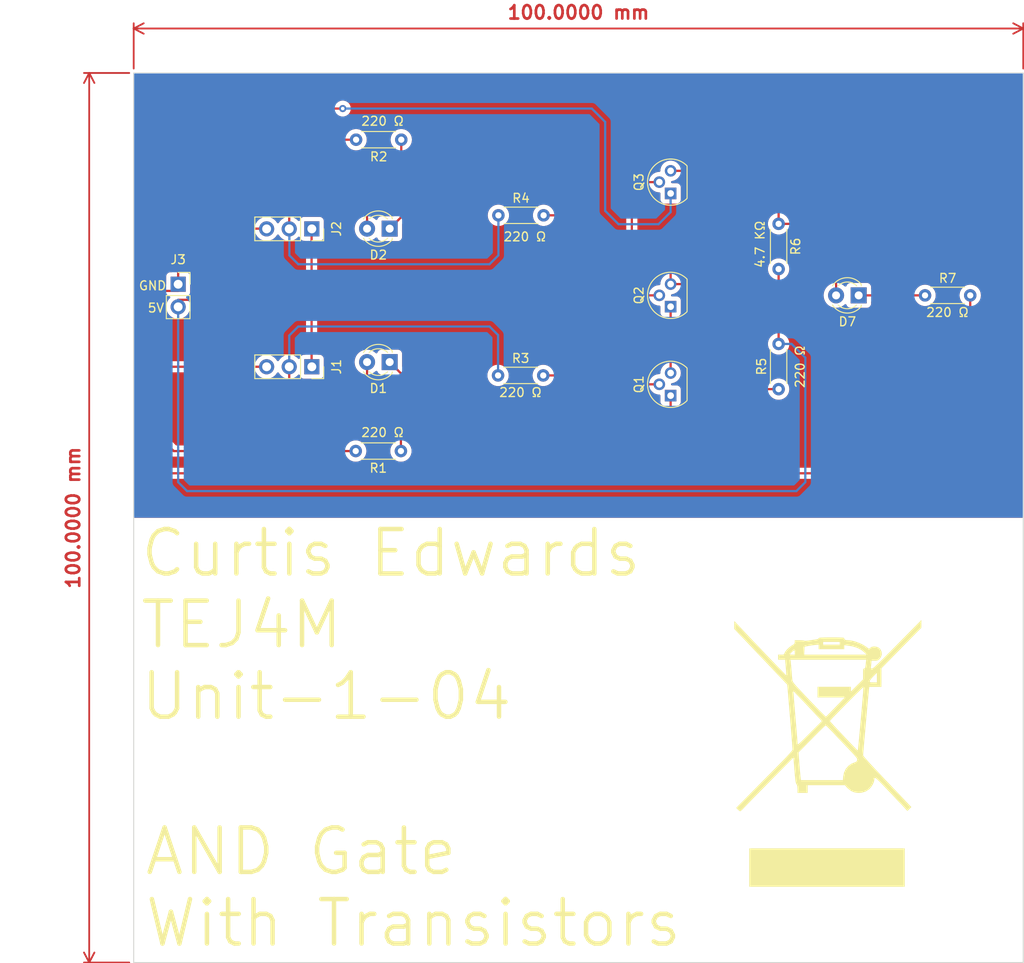
<source format=kicad_pcb>
(kicad_pcb (version 20221018) (generator pcbnew)
  (layers (0 "F.Cu" signal) (31 "B.Cu" signal) (34 "B.Paste" user) (35 "F.Paste" user) (36 "B.SilkS" user "B.Silkscreen") (37 "F.SilkS" user "F.Silkscreen") (38 "B.Mask" user) (39 "F.Mask" user) (44 "Edge.Cuts" user))
  (net 0 "")
  (net 1 "Net-(D1-K)")
  (net 2 "Net-(D1-A)")
  (net 3 "Net-(D2-K)")
  (net 4 "Net-(D2-A)")
  (net 5 "Net-(D7-K)")
  (net 6 "Net-(D7-A)")
  (net 7 "Net-(J3-Pin_2)")
  (net 8 "Net-(J3-Pin_1)")
  (net 9 "Net-(Q1-B)")
  (net 10 "Net-(Q1-E)")
  (net 11 "Net-(Q2-B)")
  (net 12 "Net-(Q2-E)")
  (footprint "Resistor_THT:R_Axial_DIN0204_L3.6mm_D1.6mm_P5.08mm_Horizontal" (layer "F.Cu") (at 188.96 75)
    (fp_text reference "R7" (at 2.54 -1.92) (layer "F.SilkS"))
    (fp_text value "R_US")
    (fp_line (start 0.62 -0.92) (end 4.46 -0.92) (stroke (width 0.12)) (layer "F.SilkS"))
    (fp_line (start 0.62 0.92) (end 4.46 0.92) (stroke (width 0.12)) (layer "F.SilkS"))
    (pad "1" thru_hole circle (at 0 0) (size 1.4 1.4) (drill 0.7) (layers "*.Cu" "*.Mask") (net 5 "Net-(D7-K)"))
    (pad "2" thru_hole oval (at 5.08 0) (size 1.4 1.4) (drill 0.7) (layers "*.Cu" "*.Mask") (net 8 "Net-(J3-Pin_1)"))
  )
  (footprint "Resistor_THT:R_Axial_DIN0204_L3.6mm_D1.6mm_P5.08mm_Horizontal" (layer "F.Cu") (at 130.04 92.5 180)
    (fp_text reference "R1" (at 2.54 -1.92) (layer "F.SilkS"))
    (fp_text value "R_US")
    (fp_line (start 0.62 -0.92) (end 4.46 -0.92) (stroke (width 0.12)) (layer "F.SilkS"))
    (fp_line (start 0.62 0.92) (end 4.46 0.92) (stroke (width 0.12)) (layer "F.SilkS"))
    (pad "1" thru_hole circle (at 0 0 180) (size 1.4 1.4) (drill 0.7) (layers "*.Cu" "*.Mask") (net 1 "Net-(D1-K)"))
    (pad "2" thru_hole oval (at 5.08 0 180) (size 1.4 1.4) (drill 0.7) (layers "*.Cu" "*.Mask") (net 8 "Net-(J3-Pin_1)"))
  )
  (footprint "Resistor_THT:R_Axial_DIN0204_L3.6mm_D1.6mm_P5.08mm_Horizontal" (layer "F.Cu") (at 172.5 85.54 90)
    (fp_text reference "R5" (at 2.54 -1.92 90) (layer "F.SilkS"))
    (fp_text value "R_US")
    (fp_line (start 0.62 -0.92) (end 4.46 -0.92) (stroke (width 0.12)) (layer "F.SilkS"))
    (fp_line (start 0.62 0.92) (end 4.46 0.92) (stroke (width 0.12)) (layer "F.SilkS"))
    (pad "1" thru_hole circle (at 0 0 90) (size 1.4 1.4) (drill 0.7) (layers "*.Cu" "*.Mask") (net 12 "Net-(Q2-E)"))
    (pad "2" thru_hole oval (at 5.08 0 90) (size 1.4 1.4) (drill 0.7) (layers "*.Cu" "*.Mask") (net 7 "Net-(J3-Pin_2)"))
  )
  (footprint "Package_TO_SOT_THT:TO-92" (layer "F.Cu") (at 160.36 76.27 90)
    (fp_text reference "Q2" (at 1.27 -3.56 90) (layer "F.SilkS"))
    (fp_text value "NPN")
    (fp_line (start -0.53 1.85) (end 3.07 1.85) (stroke (width 0.12)) (layer "F.SilkS"))
    (fp_arc (start -0.568478 1.838478) (mid -1.132087 -0.994977) (end 1.27 -2.6) (stroke (width 0.12)) (layer "F.SilkS"))
    (fp_arc (start 1.27 -2.6) (mid 3.672087 -0.994977) (end 3.108478 1.838478) (stroke (width 0.12)) (layer "F.SilkS"))
    (pad "1" thru_hole rect (at 0 0 90) (size 1.3 1.3) (drill 0.75) (layers "*.Cu" "*.Mask") (net 10 "Net-(Q1-E)"))
    (pad "2" thru_hole circle (at 1.27 -1.27 90) (size 1.3 1.3) (drill 0.75) (layers "*.Cu" "*.Mask") (net 11 "Net-(Q2-B)"))
    (pad "3" thru_hole circle (at 2.54 0 90) (size 1.3 1.3) (drill 0.75) (layers "*.Cu" "*.Mask") (net 12 "Net-(Q2-E)"))
  )
  (footprint "LED_THT:LED_D3.0mm" (layer "F.Cu") (at 128.775 82.5 180)
    (fp_text reference "D1" (at 1.27 -2.96) (layer "F.SilkS"))
    (fp_text value "LED")
    (fp_line (start -0.29 -1.236) (end -0.29 -1.08) (stroke (width 0.12)) (layer "F.SilkS"))
    (fp_line (start -0.29 1.08) (end -0.29 1.236) (stroke (width 0.12)) (layer "F.SilkS"))
    (fp_arc (start -0.29 -1.235516) (mid 1.366487 -1.987659) (end 2.942335 -1.078608) (stroke (width 0.12)) (layer "F.SilkS"))
    (fp_arc (start 0.229039 -1.08) (mid 1.270117 -1.5) (end 2.31113 -1.079837) (stroke (width 0.12)) (layer "F.SilkS"))
    (fp_arc (start 2.31113 1.079837) (mid 1.270117 1.5) (end 0.229039 1.08) (stroke (width 0.12)) (layer "F.SilkS"))
    (fp_arc (start 2.942335 1.078608) (mid 1.366487 1.987659) (end -0.29 1.235516) (stroke (width 0.12)) (layer "F.SilkS"))
    (pad "1" thru_hole rect (at 0 0 180) (size 1.8 1.8) (drill 0.9) (layers "*.Cu" "*.Mask") (net 1 "Net-(D1-K)"))
    (pad "2" thru_hole circle (at 2.54 0 180) (size 1.8 1.8) (drill 0.9) (layers "*.Cu" "*.Mask") (net 2 "Net-(D1-A)"))
  )
  (footprint "Package_TO_SOT_THT:TO-92" (layer "F.Cu") (at 160.36 63.54 90)
    (fp_text reference "Q3" (at 1.27 -3.56 90) (layer "F.SilkS"))
    (fp_text value "NPN")
    (fp_line (start -0.53 1.85) (end 3.07 1.85) (stroke (width 0.12)) (layer "F.SilkS"))
    (fp_arc (start -0.568478 1.838478) (mid -1.132087 -0.994977) (end 1.27 -2.6) (stroke (width 0.12)) (layer "F.SilkS"))
    (fp_arc (start 1.27 -2.6) (mid 3.672087 -0.994977) (end 3.108478 1.838478) (stroke (width 0.12)) (layer "F.SilkS"))
    (pad "1" thru_hole rect (at 0 0 90) (size 1.3 1.3) (drill 0.75) (layers "*.Cu" "*.Mask") (net 8 "Net-(J3-Pin_1)"))
    (pad "2" thru_hole circle (at 1.27 -1.27 90) (size 1.3 1.3) (drill 0.75) (layers "*.Cu" "*.Mask") (net 12 "Net-(Q2-E)"))
    (pad "3" thru_hole circle (at 2.54 0 90) (size 1.3 1.3) (drill 0.75) (layers "*.Cu" "*.Mask") (net 6 "Net-(D7-A)"))
  )
  (footprint "Connector_PinSocket_2.54mm:PinSocket_1x03_P2.54mm_Vertical" (layer "F.Cu") (at 120.025 67.525 -90)
    (fp_text reference "J2" (at 0 -2.77 -90) (layer "F.SilkS"))
    (fp_text value "XLR3_Switched")
    (fp_line (start -1.33 1.27) (end -1.33 6.41) (stroke (width 0.12)) (layer "F.SilkS"))
    (fp_line (start -1.33 1.27) (end 1.33 1.27) (stroke (width 0.12)) (layer "F.SilkS"))
    (fp_line (start -1.33 6.41) (end 1.33 6.41) (stroke (width 0.12)) (layer "F.SilkS"))
    (fp_line (start 0 -1.33) (end 1.33 -1.33) (stroke (width 0.12)) (layer "F.SilkS"))
    (fp_line (start 1.33 -1.33) (end 1.33 0) (stroke (width 0.12)) (layer "F.SilkS"))
    (fp_line (start 1.33 1.27) (end 1.33 6.41) (stroke (width 0.12)) (layer "F.SilkS"))
    (pad "1" thru_hole rect (at 0 0 270) (size 1.7 1.7) (drill 1) (layers "*.Cu" "*.Mask") (net 7 "Net-(J3-Pin_2)"))
    (pad "2" thru_hole oval (at 0 2.54 270) (size 1.7 1.7) (drill 1) (layers "*.Cu" "*.Mask") (net 4 "Net-(D2-A)"))
    (pad "3" thru_hole oval (at 0 5.08 270) (size 1.7 1.7) (drill 1) (layers "*.Cu" "*.Mask") (net 8 "Net-(J3-Pin_1)"))
  )
  (footprint "Connector_PinSocket_2.54mm:PinSocket_1x03_P2.54mm_Vertical" (layer "F.Cu") (at 120.025 83.025 -90)
    (fp_text reference "J1" (at 0 -2.77 -90) (layer "F.SilkS"))
    (fp_text value "XLR3_Switched")
    (fp_line (start -1.33 1.27) (end -1.33 6.41) (stroke (width 0.12)) (layer "F.SilkS"))
    (fp_line (start -1.33 1.27) (end 1.33 1.27) (stroke (width 0.12)) (layer "F.SilkS"))
    (fp_line (start -1.33 6.41) (end 1.33 6.41) (stroke (width 0.12)) (layer "F.SilkS"))
    (fp_line (start 0 -1.33) (end 1.33 -1.33) (stroke (width 0.12)) (layer "F.SilkS"))
    (fp_line (start 1.33 -1.33) (end 1.33 0) (stroke (width 0.12)) (layer "F.SilkS"))
    (fp_line (start 1.33 1.27) (end 1.33 6.41) (stroke (width 0.12)) (layer "F.SilkS"))
    (pad "1" thru_hole rect (at 0 0 270) (size 1.7 1.7) (drill 1) (layers "*.Cu" "*.Mask") (net 7 "Net-(J3-Pin_2)"))
    (pad "2" thru_hole oval (at 0 2.54 270) (size 1.7 1.7) (drill 1) (layers "*.Cu" "*.Mask") (net 2 "Net-(D1-A)"))
    (pad "3" thru_hole oval (at 0 5.08 270) (size 1.7 1.7) (drill 1) (layers "*.Cu" "*.Mask") (net 8 "Net-(J3-Pin_1)"))
  )
  (footprint "Resistor_THT:R_Axial_DIN0204_L3.6mm_D1.6mm_P5.08mm_Horizontal" (layer "F.Cu") (at 130.08 57.5 180)
    (fp_text reference "R2" (at 2.54 -1.92) (layer "F.SilkS"))
    (fp_text value "R_US")
    (fp_line (start 0.62 -0.92) (end 4.46 -0.92) (stroke (width 0.12)) (layer "F.SilkS"))
    (fp_line (start 0.62 0.92) (end 4.46 0.92) (stroke (width 0.12)) (layer "F.SilkS"))
    (pad "1" thru_hole circle (at 0 0 180) (size 1.4 1.4) (drill 0.7) (layers "*.Cu" "*.Mask") (net 3 "Net-(D2-K)"))
    (pad "2" thru_hole oval (at 5.08 0 180) (size 1.4 1.4) (drill 0.7) (layers "*.Cu" "*.Mask") (net 8 "Net-(J3-Pin_1)"))
  )
  (footprint "Resistor_THT:R_Axial_DIN0204_L3.6mm_D1.6mm_P5.08mm_Horizontal" (layer "F.Cu") (at 172.5 66.96 -90)
    (fp_text reference "R6" (at 2.54 -1.92 90) (layer "F.SilkS"))
    (fp_text value "R_US")
    (fp_line (start 0.62 -0.92) (end 4.46 -0.92) (stroke (width 0.12)) (layer "F.SilkS"))
    (fp_line (start 0.62 0.92) (end 4.46 0.92) (stroke (width 0.12)) (layer "F.SilkS"))
    (pad "1" thru_hole circle (at 0 0 270) (size 1.4 1.4) (drill 0.7) (layers "*.Cu" "*.Mask") (net 6 "Net-(D7-A)"))
    (pad "2" thru_hole oval (at 5.08 0 270) (size 1.4 1.4) (drill 0.7) (layers "*.Cu" "*.Mask") (net 7 "Net-(J3-Pin_2)"))
  )
  (footprint "LED_THT:LED_D3.0mm" (layer "F.Cu") (at 181.5 75 180)
    (fp_text reference "D7" (at 1.27 -2.96) (layer "F.SilkS"))
    (fp_text value "LED")
    (fp_line (start -0.29 -1.236) (end -0.29 -1.08) (stroke (width 0.12)) (layer "F.SilkS"))
    (fp_line (start -0.29 1.08) (end -0.29 1.236) (stroke (width 0.12)) (layer "F.SilkS"))
    (fp_arc (start -0.29 -1.235516) (mid 1.366487 -1.987659) (end 2.942335 -1.078608) (stroke (width 0.12)) (layer "F.SilkS"))
    (fp_arc (start 0.229039 -1.08) (mid 1.270117 -1.5) (end 2.31113 -1.079837) (stroke (width 0.12)) (layer "F.SilkS"))
    (fp_arc (start 2.31113 1.079837) (mid 1.270117 1.5) (end 0.229039 1.08) (stroke (width 0.12)) (layer "F.SilkS"))
    (fp_arc (start 2.942335 1.078608) (mid 1.366487 1.987659) (end -0.29 1.235516) (stroke (width 0.12)) (layer "F.SilkS"))
    (pad "1" thru_hole rect (at 0 0 180) (size 1.8 1.8) (drill 0.9) (layers "*.Cu" "*.Mask") (net 5 "Net-(D7-K)"))
    (pad "2" thru_hole circle (at 2.54 0 180) (size 1.8 1.8) (drill 0.9) (layers "*.Cu" "*.Mask") (net 6 "Net-(D7-A)"))
  )
  (footprint "Resistor_THT:R_Axial_DIN0204_L3.6mm_D1.6mm_P5.08mm_Horizontal" (layer "F.Cu") (at 141 66)
    (fp_text reference "R4" (at 2.54 -1.92) (layer "F.SilkS"))
    (fp_text value "R_US")
    (fp_line (start 0.62 -0.92) (end 4.46 -0.92) (stroke (width 0.12)) (layer "F.SilkS"))
    (fp_line (start 0.62 0.92) (end 4.46 0.92) (stroke (width 0.12)) (layer "F.SilkS"))
    (pad "1" thru_hole circle (at 0 0) (size 1.4 1.4) (drill 0.7) (layers "*.Cu" "*.Mask") (net 4 "Net-(D2-A)"))
    (pad "2" thru_hole oval (at 5.08 0) (size 1.4 1.4) (drill 0.7) (layers "*.Cu" "*.Mask") (net 11 "Net-(Q2-B)"))
  )
  (footprint "Connector_PinSocket_2.54mm:PinSocket_1x02_P2.54mm_Vertical" (layer "F.Cu") (at 105 73.75)
    (fp_text reference "J3" (at 0 -2.77) (layer "F.SilkS"))
    (fp_text value "Conn_01x02_Socket")
    (fp_line (start -1.33 1.27) (end -1.33 3.87) (stroke (width 0.12)) (layer "F.SilkS"))
    (fp_line (start -1.33 1.27) (end 1.33 1.27) (stroke (width 0.12)) (layer "F.SilkS"))
    (fp_line (start -1.33 3.87) (end 1.33 3.87) (stroke (width 0.12)) (layer "F.SilkS"))
    (fp_line (start 0 -1.33) (end 1.33 -1.33) (stroke (width 0.12)) (layer "F.SilkS"))
    (fp_line (start 1.33 -1.33) (end 1.33 0) (stroke (width 0.12)) (layer "F.SilkS"))
    (fp_line (start 1.33 1.27) (end 1.33 3.87) (stroke (width 0.12)) (layer "F.SilkS"))
    (pad "1" thru_hole rect (at 0 0) (size 1.7 1.7) (drill 1) (layers "*.Cu" "*.Mask") (net 8 "Net-(J3-Pin_1)"))
    (pad "2" thru_hole oval (at 0 2.54) (size 1.7 1.7) (drill 1) (layers "*.Cu" "*.Mask") (net 7 "Net-(J3-Pin_2)"))
  )
  (footprint "Package_TO_SOT_THT:TO-92" (layer "F.Cu") (at 160.36 86.27 90)
    (fp_text reference "Q1" (at 1.27 -3.56 90) (layer "F.SilkS"))
    (fp_text value "NPN")
    (fp_line (start -0.53 1.85) (end 3.07 1.85) (stroke (width 0.12)) (layer "F.SilkS"))
    (fp_arc (start -0.568478 1.838478) (mid -1.132087 -0.994977) (end 1.27 -2.6) (stroke (width 0.12)) (layer "F.SilkS"))
    (fp_arc (start 1.27 -2.6) (mid 3.672087 -0.994977) (end 3.108478 1.838478) (stroke (width 0.12)) (layer "F.SilkS"))
    (pad "1" thru_hole rect (at 0 0 90) (size 1.3 1.3) (drill 0.75) (layers "*.Cu" "*.Mask") (net 8 "Net-(J3-Pin_1)"))
    (pad "2" thru_hole circle (at 1.27 -1.27 90) (size 1.3 1.3) (drill 0.75) (layers "*.Cu" "*.Mask") (net 9 "Net-(Q1-B)"))
    (pad "3" thru_hole circle (at 2.54 0 90) (size 1.3 1.3) (drill 0.75) (layers "*.Cu" "*.Mask") (net 10 "Net-(Q1-E)"))
  )
  (footprint "Resistor_THT:R_Axial_DIN0204_L3.6mm_D1.6mm_P5.08mm_Horizontal" (layer "F.Cu") (at 140.96 84)
    (fp_text reference "R3" (at 2.54 -1.92) (layer "F.SilkS"))
    (fp_text value "R_US")
    (fp_line (start 0.62 -0.92) (end 4.46 -0.92) (stroke (width 0.12)) (layer "F.SilkS"))
    (fp_line (start 0.62 0.92) (end 4.46 0.92) (stroke (width 0.12)) (layer "F.SilkS"))
    (pad "1" thru_hole circle (at 0 0) (size 1.4 1.4) (drill 0.7) (layers "*.Cu" "*.Mask") (net 2 "Net-(D1-A)"))
    (pad "2" thru_hole oval (at 5.08 0) (size 1.4 1.4) (drill 0.7) (layers "*.Cu" "*.Mask") (net 9 "Net-(Q1-B)"))
  )
  (footprint "Symbol:WEEE-Logo_21x30mm_SilkScreen" (layer "F.Cu") (at 178 126.5)
    (fp_text reference "REF**" hide)
    (fp_text value "WEEE-Logo_21x30mm_SilkScreen" hide)
    (fp_poly (pts (xy 8.674693 14.977887) (xy -8.799508 14.977887) (xy -8.799508 10.671745) (xy 8.674693 10.671745) (xy 8.674693 14.977887)) (stroke (width 0.01)) (fill solid) (layer "F.SilkS"))
    (fp_poly (pts (xy 10.543856 -14.567585) (xy 10.540782 -14.13538) (xy 6.056832 -9.579606) (xy 6.055197 -8.534275) (xy 6.053563 -7.488943) (xy 4.688238 -7.488943) (xy 4.653057 -7.22371) (xy 4.639736 -7.102816) (xy 4.617281 -6.875154) (xy 4.586894 -6.554304) (xy 4.549776 -6.153848) (xy 4.507128 -5.687364) (xy 4.46015 -5.168434) (xy 4.410044 -4.610638) (xy 4.358011 -4.027557) (xy 4.305252 -3.432771) (xy 4.252967 -2.83986) (xy 4.202359 -2.262405) (xy 4.154628 -1.713986) (xy 4.110975 -1.208184) (xy 4.0726 -0.758579) (xy 4.040706 -0.378752) (xy 4.016494 -0.082283) (xy 4.001163 0.117248) (xy 3.995916 0.20626) (xy 3.99592 0.206684) (xy 4.034179 0.278107) (xy 4.149095 0.425581) (xy 4.342231 0.650823) (xy 4.61515 0.95555) (xy 4.969418 1.341478) (xy 5.406596 1.810324) (xy 5.92825 2.363805) (xy 6.535941 3.003636) (xy 6.706751 3.182801) (xy 9.415765 6.022359) (xy 9.196753 6.240787) (xy 8.97774 6.459214) (xy 8.623391 6.073688) (xy 8.493758 5.93436) (xy 8.291262 5.718901) (xy 8.029263 5.441425) (xy 7.721121 5.116047) (xy 7.380198 4.756883) (xy 7.019853 4.378048) (xy 6.804277 4.151787) (xy 6.399559 3.727911) (xy 6.072428 3.388388) (xy 5.814542 3.127045) (xy 5.617562 2.937708) (xy 5.473144 2.814203) (xy 5.372948 2.750356) (xy 5.308632 2.739994) (xy 5.271855 2.776942) (xy 5.254275 2.855028) (xy 5.247551 2.968076) (xy 5.246647 2.998926) (xy 5.199903 3.211455) (xy 5.084729 3.468337) (xy 4.924117 3.728949) (xy 4.741056 3.952665) (xy 4.667805 4.021772) (xy 4.291965 4.263575) (xy 3.852931 4.398866) (xy 3.464773 4.430959) (xy 3.02488 4.370427) (xy 2.618615 4.19293) (xy 2.259049 3.904614) (xy 2.192705 3.832848) (xy 1.950112 3.557249) (xy -2.246683 3.557249) (xy -2.246683 4.430959) (xy -3.370024 4.430959) (xy -3.370024 4.022781) (xy -3.38412 3.744128) (xy -3.431482 3.550714) (xy -3.489043 3.445508) (xy -3.53017 3.370233) (xy -3.565386 3.261091) (xy -3.597026 3.101902) (xy -3.627422 2.876486) (xy -3.658908 2.568664) (xy -3.693817 2.162255) (xy -3.71772 1.859918) (xy -3.82738 0.443422) (xy -6.519413 3.170483) (xy -7.006159 3.663933) (xy -7.473424 4.138345) (xy -7.912668 4.585003) (xy -8.315353 4.995193) (xy -8.672943 5.360198) (xy -8.976898 5.671305) (xy -9.21868 5.919798) (xy -9.389753 6.096962) (xy -9.481484 6.193981) (xy -9.632189 6.347584) (xy -9.757895 6.454718) (xy -9.82551 6.490418) (xy -9.911873 6.4486) (xy -10.037761 6.344113) (xy -10.080434 6.301562) (xy -10.261369 6.112706) (xy -9.265205 5.100412) (xy -9.011065 4.842534) (xy -8.683365 4.510607) (xy -8.29648 4.119159) (xy -7.864786 3.682721) (xy -7.402659 3.215823) (xy -6.924473 2.732994) (xy -6.444604 2.248765) (xy -6.100368 1.901603) (xy -5.577099 1.372559) (xy -5.137496 0.924666) (xy -4.775936 0.551863) (xy -4.486797 0.248087) (xy -4.264454 0.007275) (xy -4.154256 -0.118474) (xy -3.26934 -0.118474) (xy -3.158548 1.298134) (xy -3.125136 1.71337) (xy -3.092816 2.093092) (xy -3.063418 2.417452) (xy -3.038774 2.666604) (xy -3.020713 2.8207) (xy -3.014901 2.85516) (xy -2.982046 2.995578) (xy 1.730332 2.995578) (xy 1.761789 2.603693) (xy 1.856762 2.140678) (xy 2.055508 1.731099) (xy 2.345497 1.38987) (xy 2.714201 1.131909) (xy 3.128033 0.97706) (xy 3.262287 0.904425) (xy 3.3295 0.748536) (xy 3.330907 0.741659) (xy 3.338971 0.675848) (xy 3.329002 0.608458) (xy 3.291269 0.52699) (xy 3.216042 0.418943) (xy 3.09359 0.271818) (xy 2.914182 0.073114) (xy 2.668089 -0.189668) (xy 2.34558 -0.529028) (xy 2.324742 -0.550886) (xy 1.977848 -0.915151) (xy 1.609052 -1.303141) (xy 1.243695 -1.688144) (xy 0.907119 -2.043452) (xy 0.624665 -2.342354) (xy 0.561671 -2.409176) (xy 0.320191 -2.66114) (xy 0.105674 -2.876763) (xy -0.066481 -3.041213) (xy -0.180873 -3.13966) (xy -0.219281 -3.161297) (xy -0.276556 -3.116013) (xy -0.410502 -2.991785) (xy -0.61057 -2.798956) (xy -0.866211 -2.547868) (xy -1.166879 -2.248862) (xy -1.502023 -1.912282) (xy -1.775941 -1.635035) (xy -3.26934 -0.118474) (xy -4.154256 -0.118474) (xy -4.103286 -0.176636) (xy -3.997669 -0.309708) (xy -3.941979 -0.398004) (xy -3.929588 -0.438893) (xy -3.934282 -0.52813) (xy -3.948542 -0.730118) (xy -3.971445 -1.033232) (xy -4.002069 -1.42585) (xy -4.039491 -1.896347) (xy -4.082788 -2.433099) (xy -4.131037 -3.024484) (xy -4.183316 -3.658877) (xy -4.225448 -4.165889) (xy -4.463835 -7.024469) (xy -3.850432 -7.024469) (xy -3.84779 -6.962779) (xy -3.835364 -6.789038) (xy -3.814154 -6.515541) (xy -3.785156 -6.154585) (xy -3.74937 -5.718468) (xy -3.707794 -5.219486) (xy -3.661425 -4.669937) (xy -3.616928 -4.148175) (xy -3.566523 -3.556177) (xy -3.519574 -2.997346) (xy -3.477156 -2.485021) (xy -3.440345 -2.032544) (xy -3.410216 -1.653252) (xy -3.387845 -1.360486) (xy -3.374307 -1.167585) (xy -3.370549 -1.092669) (xy -3.364689 -1.046043) (xy -3.341467 -1.027541) (xy -3.291933 -1.044885) (xy -3.207135 -1.105793) (xy -3.078121 -1.217987) (xy -2.895942 -1.389185) (xy -2.651644 -1.627109) (xy -2.336278 -1.939479) (xy -2.001662 -2.273279) (xy -0.6333 -3.640581) (xy -0.64289 -3.650859) (xy 0.26161 -3.650859) (xy 0.302832 -3.594407) (xy 0.418233 -3.461482) (xy 0.596247 -3.264299) (xy 0.825309 -3.015076) (xy 1.093851 -2.726029) (xy 1.390309 -2.409375) (xy 1.703115 -2.077331) (xy 2.020704 -1.742113) (xy 2.33151 -1.415938) (xy 2.623966 -1.111022) (xy 2.886506 -0.839582) (xy 3.107565 -0.613835) (xy 3.275576 -0.445997) (xy 3.378973 -0.348286) (xy 3.407169 -0.32838) (xy 3.416464 -0.392632) (xy 3.43576 -0.5701) (xy 3.463995 -0.849673) (xy 3.500107 -1.220241) (xy 3.543037 -1.670697) (xy 3.591722 -2.189929) (xy 3.645103 -2.766828) (xy 3.702116 -3.390284) (xy 3.747638 -3.893004) (xy 3.805868 -4.544858) (xy 3.859668 -5.158933) (xy 3.908131 -5.72409) (xy 3.950354 -6.229188) (xy 3.985432 -6.663087) (xy 4.012459 -7.014649) (xy 4.030532 -7.272732) (xy 4.038746 -7.426198) (xy 4.037806 -7.466043) (xy 3.988713 -7.430551) (xy 3.863692 -7.316465) (xy 3.673674 -7.134826) (xy 3.429587 -6.896678) (xy 3.142362 -6.613063) (xy 2.822928 -6.295023) (xy 2.482215 -5.953601) (xy 2.131152 -5.599839) (xy 1.78067 -5.244781) (xy 1.441697 -4.899467) (xy 1.125164 -4.574942) (xy 0.842 -4.282246) (xy 0.603135 -4.032424) (xy 0.419498 -3.836517) (xy 0.302019 -3.705568) (xy 0.26161 -3.650859) (xy -0.64289 -3.650859) (xy -1.143554 -4.187432) (xy -1.403419 -4.464961) (xy -1.695084 -4.774805) (xy -2.007019 -5.104876) (xy -2.327689 -5.44309) (xy -2.645565 -5.77736) (xy -2.949114 -6.095598) (xy -3.226804 -6.38572) (xy -3.467103 -6.635638) (xy -3.65848 -6.833267) (xy -3.789403 -6.966519) (xy -3.848339 -7.023309) (xy -3.850432 -7.024469) (xy -4.463835 -7.024469) (xy -4.523415 -7.738903) (xy -7.503968 -10.873469) (xy -10.48452 -14.008034) (xy -10.482327 -14.446154) (xy -10.480133 -14.884275) (xy -9.998666 -14.369962) (xy -9.729209 -14.083106) (xy -9.411076 -13.746088) (xy -9.052853 -13.367875) (xy -8.663126 -12.957436) (xy -8.250478 -12.523739) (xy -7.823497 -12.075754) (xy -7.390766 -11.622448) (xy -6.960872 -11.172789) (xy -6.542399 -10.735747) (xy -6.143933 -10.32029) (xy -5.774059 -9.935386) (xy -5.441363 -9.590004) (xy -5.154429 -9.293113) (xy -4.921843 -9.053679) (xy -4.75219 -8.880673) (xy -4.654056 -8.783063) (xy -4.632548 -8.764339) (xy -4.63107 -8.829477) (xy -4.639205 -8.996251) (xy -4.655542 -9.241971) (xy -4.678667 -9.543944) (xy -4.688592 -9.664575) (xy -4.76252 -10.546928) (xy -4.183704 -10.546928) (xy -4.153821 -10.406511) (xy -4.13858 -10.29546) (xy -4.117165 -10.086514) (xy -4.09205 -9.806293) (xy -4.065713 -9.481418) (xy -4.056597 -9.361179) (xy -4.02971 -9.015947) (xy -4.002573 -8.695344) (xy -3.977901 -8.429663) (xy -3.958408 -8.249195) (xy -3.954011 -8.216445) (xy -3.937428 -8.149207) (xy -3.901532 -8.070501) (xy -3.838691 -7.971504) (xy -3.741272 -7.843393) (xy -3.601643 -7.677345) (xy -3.412171 -7.464539) (xy -3.165224 -7.19615) (xy -2.853169 -6.863356) (xy -2.468374 -6.457334) (xy -2.075837 -6.045358) (xy -1.685304 -5.637665) (xy -1.320752 -5.260096) (xy -0.991257 -4.92183) (xy -0.705893 -4.632047) (xy -0.473736 -4.399925) (xy -0.30386 -4.234645) (xy -0.20534 -4.145386) (xy -0.18433 -4.132107) (xy -0.129056 -4.180255) (xy 0.000145 -4.30582) (xy 0.190734 -4.496204) (xy 0.430168 -4.738812) (xy 0.70591 -5.021047) (xy 0.90532 -5.226658) (xy 1.946395 -6.303194) (xy -1.123341 -6.303194) (xy -1.123341 -7.488943) (xy 2.621131 -7.488943) (xy 2.621131 -6.960605) (xy 3.307617 -7.644963) (xy 3.79459 -8.130426) (xy 4.742998 -8.130426) (xy 4.75207 -8.053846) (xy 4.797987 -8.011177) (xy 4.908801 -7.992586) (xy 5.112561 -7.988238) (xy 5.148649 -7.988206) (xy 5.5543 -7.988206) (xy 5.5543 -9.076738) (xy 5.148649 -8.674692) (xy 4.91982 -8.430259) (xy 4.782957 -8.242996) (xy 4.742998 -8.130426) (xy 3.79459 -8.130426) (xy 3.994104 -8.329321) (xy 3.994104 -8.938861) (xy 3.996015 -9.219289) (xy 4.004763 -9.39769) (xy 4.024866 -9.49683) (xy 4.060843 -9.539477) (xy 4.115095 -9.548402) (xy 4.175434 -9.561508) (xy 4.220031 -9.614051) (xy 4.25428 -9.725872) (xy 4.283571 -9.916814) (xy 4.313296 -10.206717) (xy 4.322835 -10.312899) (xy 4.343488 -10.546928) (xy -4.183704 -10.546928) (xy -4.76252 -10.546928) (xy -5.554299 -10.546928) (xy -5.554299 -11.108599) (xy -5.217822 -11.108599) (xy -5.021022 -11.11399) (xy -4.914087 -11.140007) (xy -4.901004 -11.155493) (xy -4.211805 -11.155493) (xy -4.175532 -11.120117) (xy -4.049891 -11.109198) (xy -3.965095 -11.108599) (xy -3.682063 -11.108599) (xy -2.626598 -11.108599) (xy 4.393882 -11.108599) (xy 4.156428 -11.351774) (xy 3.787623 -11.651856) (xy 3.331183 -11.883301) (xy 2.779371 -12.049282) (xy 2.231081 -12.141082) (xy 1.872236 -12.183914) (xy 1.872236 -11.732678) (xy -0.998525 -11.732678) (xy -0.998525 -12.244608) (xy -1.419778 -12.201915) (xy -1.714109 -12.165882) (xy -2.027697 -12.118118) (xy -2.215479 -12.084006) (xy -2.589926 -12.00879) (xy -2.608262 -11.558695) (xy -2.626598 -11.108599) (xy -3.682063 -11.108599) (xy -3.682063 -11.35823) (xy -3.690315 -11.514614) (xy -3.710928 -11.601535) (xy -3.719235 -11.607862) (xy -3.811627 -11.567833) (xy -3.946608 -11.470722) (xy -4.081927 -11.350991) (xy -4.175328 -11.243104) (xy -4.183649 -11.229075) (xy -4.211805 -11.155493) (xy -4.901004 -11.155493) (xy -4.862204 -11.201415) (xy -4.84126 -11.268307) (xy -4.755776 -11.441904) (xy -4.591594 -11.650592) (xy -4.376961 -11.865112) (xy -4.140125 -12.056203) (xy -3.984558 -12.155732) (xy -3.807343 -12.264672) (xy -3.716498 -12.356191) (xy -3.684579 -12.464104) (xy -3.682127 -12.528378) (xy -3.682123 -12.54398) (xy -0.499263 -12.54398) (xy -0.499263 -12.231941) (xy 1.372973 -12.231941) (xy 1.372973 -12.54398) (xy -0.499263 -12.54398) (xy -3.682123 -12.54398) (xy -3.682063 -12.731203) (xy -3.156797 -12.731203) (xy -2.915127 -12.725362) (xy -2.726774 -12.709794) (xy -2.622069 -12.687433) (xy -2.610729 -12.678379) (xy -2.544311 -12.664481) (xy -2.382673 -12.670174) (xy -2.153585 -12.693774) (xy -1.997051 -12.715566) (xy -1.713218 -12.758372) (xy -1.453636 -12.797017) (xy -1.258563 -12.825528) (xy -1.201351 -12.833626) (xy -1.051873 -12.879919) (xy -0.998525 -12.952459) (xy -0.982306 -12.982002) (xy -0.924285 -13.004541) (xy -0.810421 -13.020962) (xy -0.626672 -13.032153) (xy -0.358995 -13.039004) (xy 0.006652 -13.042402) (xy 0.436855 -13.043243) (xy 0.895994 -13.042766) (xy 1.245282 -13.040514) (xy 1.499686 -13.035256) (xy 1.67417 -13.025759) (xy 1.783699 -13.010792) (xy 1.843238 -12.989123) (xy 1.867752 -12.959522) (xy 1.872236 -12.925104) (xy 1.91042 -12.815859) (xy 2.035493 -12.753692) (xy 2.263238 -12.731519) (xy 2.304213 -12.731203) (xy 2.689893 -12.691417) (xy 3.127941 -12.581891) (xy 3.578852 -12.417374) (xy 4.003123 -12.212616) (xy 4.361248 -11.982366) (xy 4.407632 -11.945884) (xy 4.558815 -11.827187) (xy 4.648344 -11.779647) (xy 4.710867 -11.795016) (xy 4.775045 -11.858425) (xy 4.964599 -11.982632) (xy 5.211295 -12.030313) (xy 5.476953 -12.005516) (xy 5.723393 -11.91229) (xy 5.912433 -11.754683) (xy 5.926123 -11.736364) (xy 6.067573 -11.442159) (xy 6.093891 -11.137624) (xy 6.007978 -10.847318) (xy 5.812737 -10.5958) (xy 5.788864 -10.575031) (xy 5.650245 -10.476372) (xy 5.509599 -10.432924) (xy 5.311873 -10.429787) (xy 5.262478 -10.432571) (xy 5.06902 -10.439669) (xy 4.969369 -10.423404) (xy 4.933295 -10.374325) (xy 4.929594 -10.328501) (xy 4.922032 -10.195569) (xy 4.903268 -9.995651) (xy 4.889782 -9.876044) (xy 4.870222 -9.686068) (xy 4.878358 -9.588816) (xy 4.925529 -9.55327) (xy 5.009557 -9.548402) (xy 5.059391 -9.564475) (xy 5.139783 -9.616493) (xy 5.25669 -9.710158) (xy 5.41607 -9.851171) (xy 5.62388 -10.045233) (xy 5.886078 -10.298046) (xy 6.208621 -10.61531) (xy 6.597466 -11.002727) (xy 7.058572 -11.465997) (xy 7.597895 -12.010822) (xy 7.857807 -12.274096) (xy 10.546929 -14.999788) (xy 10.543856 -14.567585)) (stroke (width 0.01)) (fill solid) (layer "F.SilkS"))
  )
  (footprint "LED_THT:LED_D3.0mm" (layer "F.Cu") (at 128.775 67.5 180)
    (fp_text reference "D2" (at 1.27 -2.96) (layer "F.SilkS"))
    (fp_text value "LED")
    (fp_line (start -0.29 -1.236) (end -0.29 -1.08) (stroke (width 0.12)) (layer "F.SilkS"))
    (fp_line (start -0.29 1.08) (end -0.29 1.236) (stroke (width 0.12)) (layer "F.SilkS"))
    (fp_arc (start -0.29 -1.235516) (mid 1.366487 -1.987659) (end 2.942335 -1.078608) (stroke (width 0.12)) (layer "F.SilkS"))
    (fp_arc (start 0.229039 -1.08) (mid 1.270117 -1.5) (end 2.31113 -1.079837) (stroke (width 0.12)) (layer "F.SilkS"))
    (fp_arc (start 2.31113 1.079837) (mid 1.270117 1.5) (end 0.229039 1.08) (stroke (width 0.12)) (layer "F.SilkS"))
    (fp_arc (start 2.942335 1.078608) (mid 1.366487 1.987659) (end -0.29 1.235516) (stroke (width 0.12)) (layer "F.SilkS"))
    (pad "1" thru_hole rect (at 0 0 180) (size 1.8 1.8) (drill 0.9) (layers "*.Cu" "*.Mask") (net 3 "Net-(D2-K)"))
    (pad "2" thru_hole circle (at 2.54 0 180) (size 1.8 1.8) (drill 0.9) (layers "*.Cu" "*.Mask") (net 4 "Net-(D2-A)"))
  )
  (gr_rect (start 100 50) (end 200 150) (stroke (width 0.1)) (fill none) (layer "Edge.Cuts"))
  (gr_text "GND" (at 100.5 74.5) (layer "F.SilkS") (effects (font (size 1 1)) (justify left bottom)))
  (gr_text "220 Ω" (at 125.5 56) (layer "F.SilkS") (effects (font (size 1 1)) (justify left bottom)))
  (gr_text "AND Gate\nWith Transistors" (at 101 148.5) (layer "F.SilkS") (effects (font (size 5 5) (thickness 0.5)) (justify left bottom)))
  (gr_text "5V" (at 101.5 77) (layer "F.SilkS") (effects (font (size 1 1)) (justify left bottom)))
  (gr_text "220 Ω" (at 141.5 69) (layer "F.SilkS") (effects (font (size 1 1)) (justify left bottom)))
  (gr_text "220 Ω" (at 141 86.5) (layer "F.SilkS") (effects (font (size 1 1)) (justify left bottom)))
  (gr_text "220 Ω" (at 189 77.5) (layer "F.SilkS") (effects (font (size 1 1)) (justify left bottom)))
  (gr_text "4.7 KΩ" (at 171 72 90) (layer "F.SilkS") (effects (font (size 1 1)) (justify left bottom)))
  (gr_text "Curtis Edwards\nTEJ4M\nUnit-1-04" (at 100.5 123) (layer "F.SilkS") (effects (font (size 5 5) (thickness 0.5)) (justify left bottom)))
  (gr_text "220 Ω" (at 125.5 91) (layer "F.SilkS") (effects (font (size 1 1)) (justify left bottom)))
  (gr_text "220 Ω" (at 175.5 85.5 90) (layer "F.SilkS") (effects (font (size 1 1)) (justify left bottom)))
  (dimension (type aligned) (layer "F.Cu") (pts (xy 100 150) (xy 100 50)) (height -5) (gr_text "100.0000 mm" (at 93.2 100 90) (layer "F.Cu") (effects (font (size 1.5 1.5) (thickness 0.3)))) (format (prefix "") (suffix "") (units 3) (units_format 1) (precision 4)) (style (thickness 0.2) (arrow_length 1.27) (text_position_mode 0) (extension_height 0.58642) (extension_offset 0.5) keep_text_aligned))
  (dimension (type aligned) (layer "F.Cu") (pts (xy 100 50) (xy 200 50)) (height -5) (gr_text "100.0000 mm" (at 150 43.2) (layer "F.Cu") (effects (font (size 1.5 1.5) (thickness 0.3)))) (format (prefix "") (suffix "") (units 3) (units_format 1) (precision 4)) (style (thickness 0.2) (arrow_length 1.27) (text_position_mode 0) (extension_height 0.58642) (extension_offset 0.5) keep_text_aligned))
  (segment (start 130.04 83.765) (end 130.04 92.5) (width 0.25) (layer "F.Cu") (net 1))
  (segment (start 128.775 82.5) (end 130.04 83.765) (width 0.25) (layer "F.Cu") (net 1))
  (segment (start 117.485 84.485) (end 118.5 85.5) (width 0.25) (layer "F.Cu") (net 2))
  (segment (start 125.5 85.5) (end 126.235 84.765) (width 0.25) (layer "F.Cu") (net 2))
  (segment (start 126.235 84.765) (end 126.235 82.5) (width 0.25) (layer "F.Cu") (net 2))
  (segment (start 118.5 85.5) (end 125.5 85.5) (width 0.25) (layer "F.Cu") (net 2))
  (segment (start 117.485 83.025) (end 117.485 84.485) (width 0.25) (layer "F.Cu") (net 2))
  (segment (start 118.5 78.5) (end 140 78.5) (width 0.25) (layer "B.Cu") (net 2))
  (segment (start 140.96 79.46) (end 140.96 84) (width 0.25) (layer "B.Cu") (net 2))
  (segment (start 117.485 83.025) (end 117.485 79.515) (width 0.25) (layer "B.Cu") (net 2))
  (segment (start 140 78.5) (end 140.96 79.46) (width 0.25) (layer "B.Cu") (net 2))
  (segment (start 117.485 79.515) (end 118.5 78.5) (width 0.25) (layer "B.Cu") (net 2))
  (segment (start 128.775 67.5) (end 130.08 66.195) (width 0.25) (layer "F.Cu") (net 3))
  (segment (start 130.08 66.195) (end 130.08 57.5) (width 0.25) (layer "F.Cu") (net 3))
  (segment (start 117.485 65.515) (end 117.485 67.525) (width 0.25) (layer "F.Cu") (net 4))
  (segment (start 126.235 65.235) (end 125.5 64.5) (width 0.25) (layer "F.Cu") (net 4))
  (segment (start 126.235 67.5) (end 126.235 65.235) (width 0.25) (layer "F.Cu") (net 4))
  (segment (start 118.5 64.5) (end 117.485 65.515) (width 0.25) (layer "F.Cu") (net 4))
  (segment (start 125.5 64.5) (end 118.5 64.5) (width 0.25) (layer "F.Cu") (net 4))
  (segment (start 117.5 67.54) (end 117.485 67.525) (width 0.25) (layer "B.Cu") (net 4))
  (segment (start 141 66) (end 141 70.5) (width 0.25) (layer "B.Cu") (net 4))
  (segment (start 117.5 70.5) (end 117.5 67.54) (width 0.25) (layer "B.Cu") (net 4))
  (segment (start 141 70.5) (end 140 71.5) (width 0.25) (layer "B.Cu") (net 4))
  (segment (start 140 71.5) (end 118.5 71.5) (width 0.25) (layer "B.Cu") (net 4))
  (segment (start 118.5 71.5) (end 117.5 70.5) (width 0.25) (layer "B.Cu") (net 4))
  (segment (start 181.5 75) (end 188.96 75) (width 0.25) (layer "F.Cu") (net 5))
  (segment (start 171 61) (end 172.5 62.5) (width 0.25) (layer "F.Cu") (net 6))
  (segment (start 172.5 62.5) (end 172.5 66.96) (width 0.25) (layer "F.Cu") (net 6))
  (segment (start 172.5 66.96) (end 177.46 66.96) (width 0.25) (layer "F.Cu") (net 6))
  (segment (start 177.46 66.96) (end 179 68.5) (width 0.25) (layer "F.Cu") (net 6))
  (segment (start 178.96 68.54) (end 178.96 75) (width 0.25) (layer "F.Cu") (net 6))
  (segment (start 160.36 61) (end 171 61) (width 0.25) (layer "F.Cu") (net 6))
  (segment (start 179 68.5) (end 178.96 68.54) (width 0.25) (layer "F.Cu") (net 6))
  (segment (start 172.5 80.46) (end 172.5 72.04) (width 0.25) (layer "F.Cu") (net 7))
  (segment (start 120 67.55) (end 120 75.5) (width 0.25) (layer "F.Cu") (net 7))
  (segment (start 120.025 67.525) (end 120 67.55) (width 0.25) (layer "F.Cu") (net 7))
  (segment (start 120 75.5) (end 105 75.5) (width 0.25) (layer "F.Cu") (net 7))
  (segment (start 120 83) (end 120 75.5) (width 0.25) (layer "F.Cu") (net 7))
  (segment (start 120.025 83.025) (end 120 83) (width 0.25) (layer "F.Cu") (net 7))
  (segment (start 174.5 97) (end 106 97) (width 0.25) (layer "B.Cu") (net 7))
  (segment (start 173.96 80.46) (end 175.5 82) (width 0.25) (layer "B.Cu") (net 7))
  (segment (start 175.5 96) (end 174.5 97) (width 0.25) (layer "B.Cu") (net 7))
  (segment (start 105 96) (end 105 75.5) (width 0.25) (layer "B.Cu") (net 7))
  (segment (start 172.5 80.46) (end 173.96 80.46) (width 0.25) (layer "B.Cu") (net 7))
  (segment (start 175.5 82) (end 175.5 96) (width 0.25) (layer "B.Cu") (net 7))
  (segment (start 106 97) (end 105 96) (width 0.25) (layer "B.Cu") (net 7))
  (segment (start 102.525 83.025) (end 102 82.5) (width 0.25) (layer "F.Cu") (net 8))
  (segment (start 193 95) (end 159.5 95) (width 0.25) (layer "F.Cu") (net 8))
  (segment (start 114.945 83.025) (end 102.525 83.025) (width 0.25) (layer "F.Cu") (net 8))
  (segment (start 105 58.5) (end 105 59) (width 0.25) (layer "F.Cu") (net 8))
  (segment (start 160.36 86.27) (end 160.36 94.14) (width 0.25) (layer "F.Cu") (net 8))
  (segment (start 125 57.5) (end 106 57.5) (width 0.25) (layer "F.Cu") (net 8))
  (segment (start 114.92 67.5) (end 105.5 67.5) (width 0.25) (layer "F.Cu") (net 8))
  (segment (start 106.5 54) (end 105 55.5) (width 0.25) (layer "F.Cu") (net 8))
  (segment (start 160.36 94.14) (end 159.5 95) (width 0.25) (layer "F.Cu") (net 8))
  (segment (start 103 95) (end 102 94) (width 0.25) (layer "F.Cu") (net 8))
  (segment (start 114.945 67.525) (end 114.92 67.5) (width 0.25) (layer "F.Cu") (net 8))
  (segment (start 124.96 92.5) (end 104.5 92.5) (width 0.25) (layer "F.Cu") (net 8))
  (segment (start 123.5 54) (end 106.5 54) (width 0.25) (layer "F.Cu") (net 8))
  (segment (start 105.5 67.5) (end 105 68) (width 0.25) (layer "F.Cu") (net 8))
  (segment (start 105 59) (end 105 68) (width 0.25) (layer "F.Cu") (net 8))
  (segment (start 102 90) (end 102 82.5) (width 0.25) (layer "F.Cu") (net 8))
  (segment (start 104.5 92.5) (end 102 90) (width 0.25) (layer "F.Cu") (net 8))
  (segment (start 105 68) (end 105 74.5) (width 0.25) (layer "F.Cu") (net 8))
  (segment (start 105 55.5) (end 105 59) (width 0.25) (layer "F.Cu") (net 8))
  (segment (start 106 57.5) (end 105 58.5) (width 0.25) (layer "F.Cu") (net 8))
  (segment (start 194.04 75) (end 194.04 93.96) (width 0.25) (layer "F.Cu") (net 8))
  (segment (start 102 75) (end 102.5 74.5) (width 0.25) (layer "F.Cu") (net 8))
  (segment (start 102 94) (end 102 90) (width 0.25) (layer "F.Cu") (net 8))
  (segment (start 194.04 93.96) (end 193 95) (width 0.25) (layer "F.Cu") (net 8))
  (segment (start 159.5 95) (end 103 95) (width 0.25) (layer "F.Cu") (net 8))
  (segment (start 102.5 74.5) (end 105 74.5) (width 0.25) (layer "F.Cu") (net 8))
  (segment (start 102 82.5) (end 102 75) (width 0.25) (layer "F.Cu") (net 8))
  (via (at 123.5 54) (size 0.8) (drill 0.4) (layers "F.Cu" "B.Cu") (net 8))
  (segment (start 154.5 67) (end 153 65.5) (width 0.25) (layer "B.Cu") (net 8))
  (segment (start 160.36 65.64) (end 159 67) (width 0.25) (layer "B.Cu") (net 8))
  (segment (start 151.5 54) (end 123.5 54) (width 0.25) (layer "B.Cu") (net 8))
  (segment (start 153 65.5) (end 153 55.5) (width 0.25) (layer "B.Cu") (net 8))
  (segment (start 160.36 63.54) (end 160.36 65.64) (width 0.25) (layer "B.Cu") (net 8))
  (segment (start 159 67) (end 154.5 67) (width 0.25) (layer "B.Cu") (net 8))
  (segment (start 153 55.5) (end 151.5 54) (width 0.25) (layer "B.Cu") (net 8))
  (segment (start 150.5 84) (end 151.5 85) (width 0.25) (layer "F.Cu") (net 9))
  (segment (start 151.5 85) (end 159.09 85) (width 0.25) (layer "F.Cu") (net 9))
  (segment (start 146.04 84) (end 150.5 84) (width 0.25) (layer "F.Cu") (net 9))
  (segment (start 160.36 83.73) (end 160.36 76.27) (width 0.25) (layer "F.Cu") (net 10))
  (segment (start 146.08 66) (end 150 66) (width 0.25) (layer "F.Cu") (net 11))
  (segment (start 152 68) (end 152 72) (width 0.25) (layer "F.Cu") (net 11))
  (segment (start 152 72) (end 155 75) (width 0.25) (layer "F.Cu") (net 11))
  (segment (start 155 75) (end 159.09 75) (width 0.25) (layer "F.Cu") (net 11))
  (segment (start 150 66) (end 152 68) (width 0.25) (layer "F.Cu") (net 11))
  (segment (start 160.36 73.73) (end 160.36 70.86) (width 0.25) (layer "F.Cu") (net 12))
  (segment (start 160.36 73.73) (end 165.73 73.73) (width 0.25) (layer "F.Cu") (net 12))
  (segment (start 167.5 75.5) (end 167.5 84) (width 0.25) (layer "F.Cu") (net 12))
  (segment (start 156 69) (end 156 63) (width 0.25) (layer "F.Cu") (net 12))
  (segment (start 160.36 70.86) (end 159.5 70) (width 0.25) (layer "F.Cu") (net 12))
  (segment (start 156.73 62.27) (end 159.09 62.27) (width 0.25) (layer "F.Cu") (net 12))
  (segment (start 157 70) (end 156 69) (width 0.25) (layer "F.Cu") (net 12))
  (segment (start 169.04 85.54) (end 172.5 85.54) (width 0.25) (layer "F.Cu") (net 12))
  (segment (start 156 63) (end 156.73 62.27) (width 0.25) (layer "F.Cu") (net 12))
  (segment (start 165.73 73.73) (end 167.5 75.5) (width 0.25) (layer "F.Cu") (net 12))
  (segment (start 167.5 84) (end 169.04 85.54) (width 0.25) (layer "F.Cu") (net 12))
  (segment (start 159.5 70) (end 157 70) (width 0.25) (layer "F.Cu") (net 12))
  (zone (net 0) (net_name "") (layers "F&B.Cu") (connect_pads (clearance 0.5)) (min_thickness 0.25) (fill yes (thermal_gap 0.5) (thermal_bridge_width 0.5) (island_removal_mode 1) (island_area_min 10))
    (polygon (pts (xy 100 50) (xy 200 50) (xy 200 100) (xy 100 100)))
  )
)
</source>
